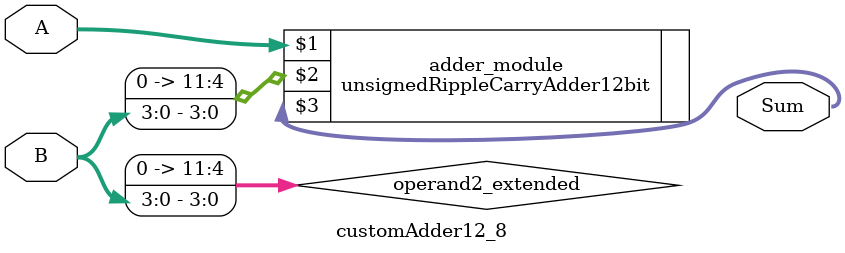
<source format=v>

module customAdder12_8(
                    input [11 : 0] A,
                    input [3 : 0] B,
                    
                    output [12 : 0] Sum
            );

    wire [11 : 0] operand2_extended;
    
    assign operand2_extended =  {8'b0, B};
    
    unsignedRippleCarryAdder12bit adder_module(
        A,
        operand2_extended,
        Sum
    );
    
endmodule
        
</source>
